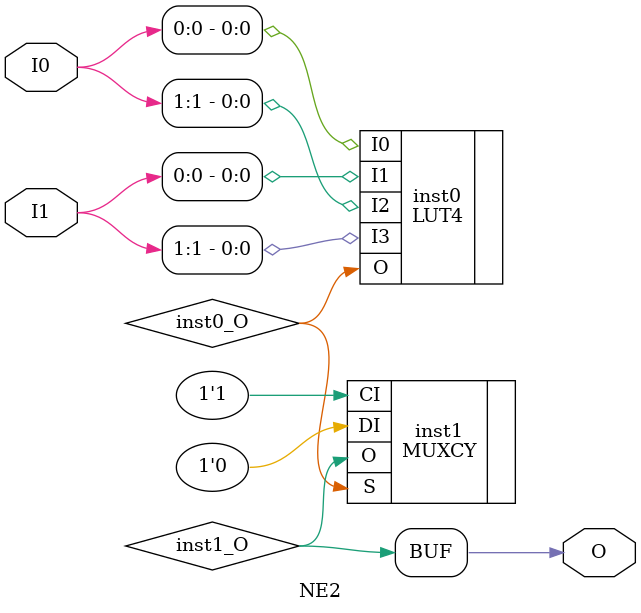
<source format=v>
module NE2 (input [1:0] I0, input [1:0] I1, output  O);
wire  inst0_O;
wire  inst1_O;
LUT4 #(.INIT(16'h6FF6)) inst0 (.I0(I0[0]), .I1(I1[0]), .I2(I0[1]), .I3(I1[1]), .O(inst0_O));
MUXCY inst1 (.DI(1'b0), .CI(1'b1), .S(inst0_O), .O(inst1_O));
assign O = inst1_O;
endmodule


</source>
